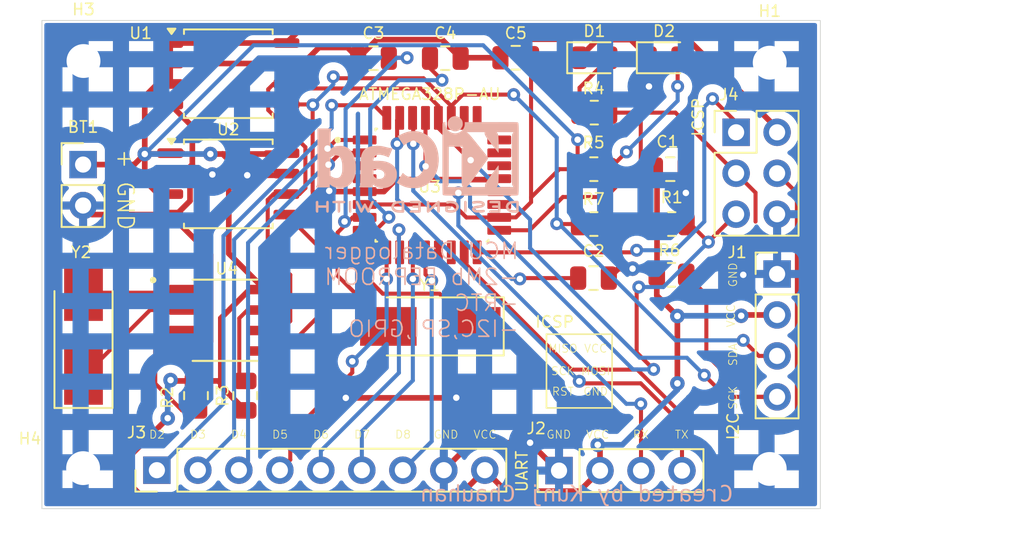
<source format=kicad_pcb>
(kicad_pcb (version 20221018) (generator pcbnew)
  (title_block (title "MCU Datalogger with EEPROM and RTC") (date "2024-06-17") (rev "1") (comment 1 "2 layer PCB"))
  (layers (0 "F.Cu" mixed) (31 "B.Cu" mixed) (34 "B.Paste" user) (35 "F.Paste" user) (36 "B.SilkS" user "B.Silkscreen") (37 "F.SilkS" user "F.Silkscreen") (38 "B.Mask" user) (39 "F.Mask" user) (44 "Edge.Cuts" user))
  (net 0 "")
  (net 1 "GND")
  (net 2 "/VCC")
  (net 3 "Net-(U3-AREF)")
  (net 4 "Net-(U3-PB6)")
  (net 5 "Net-(U3-PB7)")
  (net 6 "Net-(D1-A)")
  (net 7 "Net-(D2-A)")
  (net 8 "/SDA")
  (net 9 "/SCK")
  (net 10 "/RX")
  (net 11 "/TX")
  (net 12 "/D2")
  (net 13 "/D3")
  (net 14 "/D4")
  (net 15 "/D5")
  (net 16 "/D6")
  (net 17 "/D7")
  (net 18 "/D8")
  (net 19 "/MISO")
  (net 20 "/MOSI")
  (net 21 "/RESET")
  (net 22 "Net-(U4-~{INTA})")
  (net 23 "Net-(U4-SQW{slash}~INT)")
  (net 33 "Net-(U4-X1)")
  (net 34 "Net-(U4-X2)")
  (net 35 "/SCL")
  (footprint "Capacitor_SMD:C_0805_2012Metric" (layer "F.Cu") (at 158.2776 88.0364)
    (fp_text reference "C1")
    (fp_text value "0.1uF")
  )
  (footprint "Connector_PinHeader_2.54mm:PinHeader_1x04_P2.54mm_Vertical" (layer "F.Cu") (at 164.8968 94.5388)
    (fp_text reference "J1")
    (fp_text value "Conn_01x04_Pin")
  )
  (footprint "Resistor_SMD:R_0805_2012Metric" (layer "F.Cu") (at 153.5407 91.44 180)
    (fp_text reference "R7")
    (fp_text value "4.7K")
  )
  (footprint "Resistor_SMD:R_0805_2012Metric" (layer "F.Cu") (at 131.9378 102.0826 90)
    (fp_text reference "R3")
    (fp_text value "10K")
  )
  (footprint "Connector_PinHeader_2.54mm:PinHeader_1x02_P2.54mm_Vertical" (layer "F.Cu") (at 121.8946 87.752)
    (fp_text reference "BT1")
    (fp_text value "Battery")
  )
  (footprint "Resistor_SMD:R_0805_2012Metric" (layer "F.Cu") (at 128.8898 102.0826 -90)
    (fp_text reference "R2")
    (fp_text value "10K" hide)
  )
  (footprint "Crystal:Crystal_SMD_5032-2Pin_5.0x3.2mm_HandSoldering" (layer "F.Cu") (at 121.92 98.298 90)
    (fp_text reference "Y2")
    (fp_text value "32.768 KHz")
  )
  (footprint "Connector_PinHeader_2.54mm:PinHeader_2x03_P2.54mm_Vertical" (layer "F.Cu") (at 162.3568 85.7504)
    (fp_text reference "J4")
    (fp_text value "Conn_02x03_Odd_Even")
  )
  (footprint "Capacitor_SMD:C_0805_2012Metric" (layer "F.Cu") (at 144.338 81.153)
    (fp_text reference "C4")
    (fp_text value "22pF")
  )
  (footprint "MountingHole:MountingHole_2.1mm" (layer "F.Cu") (at 164.4396 106.6292)
    (fp_text reference "H2")
    (fp_text value "MountingHole")
  )
  (footprint "Connector_PinHeader_2.54mm:PinHeader_1x04_P2.54mm_Vertical" (layer "F.Cu") (at 151.384 106.7308 90)
    (fp_text reference "J2")
    (fp_text value "Conn_01x04_Pin")
  )
  (footprint "LED_SMD:LED_0805_2012Metric" (layer "F.Cu") (at 153.5763 81.1276)
    (fp_text reference "D1")
    (fp_text value "LED")
  )
  (footprint "Capacitor_SMD:C_0805_2012Metric" (layer "F.Cu") (at 153.5207 94.7928)
    (fp_text reference "C2")
    (fp_text value "0.1uF")
  )
  (footprint "Capacitor_SMD:C_0805_2012Metric" (layer "F.Cu") (at 148.7018 81.1276 180)
    (fp_text reference "C5")
    (fp_text value "100nF")
  )
  (footprint "Package_SO:SOIC-8_5.275x5.275mm_P1.27mm" (layer "F.Cu") (at 130.893 82.1182)
    (fp_text reference "U1")
    (fp_text value "24LC1025")
  )
  (footprint "MountingHole:MountingHole_2.1mm" (layer "F.Cu") (at 121.8946 106.5784)
    (fp_text reference "H4")
    (fp_text value "MountingHole")
  )
  (footprint "DS1337S_:SOIC127P600X175-8N" (layer "F.Cu") (at 130.683 97.409)
    (fp_text reference "U4")
    (fp_text value "DS1337S_")
  )
  (footprint "Resistor_SMD:R_0805_2012Metric" (layer "F.Cu") (at 158.3538 94.5896)
    (fp_text reference "R6")
    (fp_text value "4.7K")
  )
  (footprint "Capacitor_SMD:C_0805_2012Metric" (layer "F.Cu") (at 139.888 81.153)
    (fp_text reference "C3")
    (fp_text value "22pF")
  )
  (footprint "Crystal:Crystal_SMD_5032-2Pin_5.0x3.2mm_HandSoldering" (layer "F.Cu") (at 143.4084 97.79 180)
    (fp_text reference "Y1")
    (fp_text value "16MHz")
  )
  (footprint "MountingHole:MountingHole_2.1mm" (layer "F.Cu") (at 121.92 81.3308)
    (fp_text reference "H3")
    (fp_text value "MountingHole")
  )
  (footprint "Connector_PinHeader_2.54mm:PinHeader_1x09_P2.54mm_Vertical" (layer "F.Cu") (at 126.4666 106.7054 90)
    (fp_text reference "J3")
    (fp_text value "Conn_01x09_Pin")
  )
  (footprint "Package_SO:SOIC-8_5.275x5.275mm_P1.27mm" (layer "F.Cu") (at 130.893 88.9482)
    (fp_text reference "U2")
    (fp_text value "24LC1025")
  )
  (footprint "Resistor_SMD:R_0805_2012Metric" (layer "F.Cu") (at 158.369 91.44)
    (fp_text reference "R1")
    (fp_text value "10K")
  )
  (footprint "Resistor_SMD:R_0805_2012Metric" (layer "F.Cu") (at 153.5684 84.5312)
    (fp_text reference "R4")
    (fp_text value "330")
  )
  (footprint "MountingHole:MountingHole_2.1mm" (layer "F.Cu") (at 164.4396 81.4324)
    (fp_text reference "H1")
    (fp_text value "MountingHole")
  )
  (footprint "LED_SMD:LED_0805_2012Metric" (layer "F.Cu") (at 157.892 81.1276)
    (fp_text reference "D2")
    (fp_text value "LED")
  )
  (footprint "Resistor_SMD:R_0805_2012Metric" (layer "F.Cu") (at 153.5407 88.0364)
    (fp_text reference "R5")
    (fp_text value "330")
  )
  (footprint "ATMEGA328P-AU:QFP80P900X900X120-32N" (layer "F.Cu") (at 143.51 89.027)
    (fp_text reference "U3")
    (fp_text value "ATMEGA328P-AU")
  )
  (footprint "Symbol:KiCad-Logo2_5mm_SilkScreen" (layer "B.Cu") (at 142.6058 87.7316 180)
    (fp_text reference "REF**" hide)
    (fp_text value "KiCad-Logo2_5mm_SilkScreen" hide)
  )
  (gr_line (start 154.6708 102.8446) (end 154.6708 98.2726) (stroke (width 0.1)) (layer "F.SilkS"))
  (gr_line (start 150.6068 102.8446) (end 154.6708 102.8446) (stroke (width 0.1)) (layer "F.SilkS"))
  (gr_line (start 150.6068 98.2726) (end 150.6068 102.8446) (stroke (width 0.1)) (layer "F.SilkS"))
  (gr_line (start 154.6708 98.2726) (end 150.6068 98.2726) (stroke (width 0.1)) (layer "F.SilkS"))
  (gr_rect (start 119.3419 78.8162) (end 167.5765 109.093) (stroke (width 0.05)) (fill none) (layer "Edge.Cuts"))
  (gr_text "Created by Kunj Chauhan" (at 162.1638 108.8136) (layer "B.SilkS") (effects (font (size 1 1) (thickness 0.125)) (justify left bottom mirror)))
  (gr_text "MCU Datalogger \n-2Mb EEPROOM\n-RTC\n-I2C,SPI,GPIO" (at 148.9558 98.5266) (layer "B.SilkS") (effects (font (size 1 1) (thickness 0.1)) (justify left bottom mirror)))
  (gr_text "VCC" (at 153.6548 99.1616) (layer "F.SilkS") (effects (font (size 0.5 0.5) (thickness 0.05))))
  (gr_text "+ GND\n" (at 123.9368 86.7156 -90) (layer "F.SilkS") (effects (font (size 1 1) (thickness 0.1)) (justify left bottom)))
  (gr_text "ICSP\n" (at 151.1148 97.5106) (layer "F.SilkS") (effects (font (size 0.7 0.7) (thickness 0.1))))
  (gr_text "GND" (at 151.3688 104.4956) (layer "F.SilkS") (effects (font (size 0.5 0.5) (thickness 0.05))))
  (gr_text "D5\n" (at 134.0968 104.4956) (layer "F.SilkS") (effects (font (size 0.5 0.5) (thickness 0.05))))
  (gr_text "SDA\n" (at 162.1638 99.5426 90) (layer "F.SilkS") (effects (font (size 0.5 0.5) (thickness 0.05))))
  (gr_text "I2C\n" (at 162.1638 103.9876 90) (layer "F.SilkS") (effects (font (size 0.7 0.7) (thickness 0.1))))
  (gr_text "D6\n" (at 136.6368 104.4956) (layer "F.SilkS") (effects (font (size 0.5 0.5) (thickness 0.05))))
  (gr_text "RX" (at 156.4488 104.4956) (layer "F.SilkS") (effects (font (size 0.5 0.5) (thickness 0.05))))
  (gr_text "D7" (at 139.1768 104.4956) (layer "F.SilkS") (effects (font (size 0.5 0.5) (thickness 0.05))))
  (gr_text "TX" (at 158.9888 104.4956) (layer "F.SilkS") (effects (font (size 0.5 0.5) (thickness 0.05))))
  (gr_text "D4\n" (at 131.5568 104.4956) (layer "F.SilkS") (effects (font (size 0.5 0.5) (thickness 0.05))))
  (gr_text "UART\n" (at 149.0828 106.7816 90) (layer "F.SilkS") (effects (font (size 0.7 0.7) (thickness 0.1))))
  (gr_text "MISO\n" (at 151.6228 99.1616) (layer "F.SilkS") (effects (font (size 0.5 0.5) (thickness 0.05))))
  (gr_text "MOSI\n" (at 153.6548 100.5586) (layer "F.SilkS") (effects (font (size 0.5 0.5) (thickness 0.05))))
  (gr_text "SCK" (at 162.1638 102.2096 90) (layer "F.SilkS") (effects (font (size 0.5 0.5) (thickness 0.05))))
  (gr_text "ATMEGA328P-AU" (at 138.9228 83.7946) (layer "F.SilkS") (effects (font (size 0.7 0.7) (thickness 0.1)) (justify left bottom)))
  (gr_text "GND" (at 144.3838 104.4956) (layer "F.SilkS") (effects (font (size 0.5 0.5) (thickness 0.05))))
  (gr_text "VCC" (at 153.7818 104.4956) (layer "F.SilkS") (effects (font (size 0.5 0.5) (thickness 0.05))))
  (gr_text "ICSP\n" (at 160.0048 84.8106 90) (layer "F.SilkS") (effects (font (size 0.7 0.7) (thickness 0.1))))
  (gr_text "D2" (at 126.4768 104.4956) (layer "F.SilkS") (effects (font (size 0.5 0.5) (thickness 0.05))))
  (gr_text "GND" (at 162.1638 94.5896 90) (layer "F.SilkS") (effects (font (size 0.5 0.5) (thickness 0.05))))
  (gr_text "RST\n" (at 151.6228 101.8286) (layer "F.SilkS") (effects (font (size 0.5 0.5) (thickness 0.05))))
  (gr_text "SCK\n" (at 151.6228 100.5586) (layer "F.SilkS") (effects (font (size 0.5 0.5) (thickness 0.05))))
  (gr_text "D8\n" (at 141.7168 104.4956) (layer "F.SilkS") (effects (font (size 0.5 0.5) (thickness 0.05))))
  (gr_text "VCC" (at 146.7968 104.4956) (layer "F.SilkS") (effects (font (size 0.5 0.5) (thickness 0.05))))
  (gr_text "D3\n" (at 129.0168 104.4956) (layer "F.SilkS") (effects (font (size 0.5 0.5) (thickness 0.05))))
  (gr_text "VCC" (at 162.0368 97.1296 90) (layer "F.SilkS") (effects (font (size 0.5 0.5) (thickness 0.05))))
  (gr_text "GND" (at 153.6548 101.8286) (layer "F.SilkS") (effects (font (size 0.5 0.5) (thickness 0.05))))
  (segment (start 144.2466 106.7054) (end 145.9484 105.0036) (width 0.35) (layer "F.Cu") (net 1))
  (segment (start 140.5294 89.427) (end 139.34 89.427) (width 0.35) (layer "F.Cu") (net 1))
  (segment (start 147.7518 81.1276) (end 145.3134 81.1276) (width 0.35) (layer "F.Cu") (net 1))
  (segment (start 127.640328 84.0232) (end 127.293 84.0232) (width 0.35) (layer "F.Cu") (net 1))
  (segment (start 121.8946 90.292) (end 122.4558 90.8532) (width 0.35) (layer "F.Cu") (net 1))
  (segment (start 151.384 106.7308) (end 151.318 106.7308) (width 0.35) (layer "F.Cu") (net 1))
  (segment (start 132.0648 88.413819) (end 134.392381 88.413819) (width 0.35) (layer "F.Cu") (net 1))
  (segment (start 128.208 99.314) (end 129.193 99.314) (width 0.35) (layer "F.Cu") (net 1))
  (segment (start 135.5192 81.4832) (end 136.5098 80.4926) (width 0.35) (layer "F.Cu") (net 1))
  (segment (start 138.172664 102.221464) (end 145.006936 102.221464) (width 0.35) (layer "F.Cu") (net 1))
  (segment (start 156.9545 82.9033) (end 156.9568 82.9056) (width 0.35) (layer "F.Cu") (net 1))
  (segment (start 128.092999 88.3132) (end 128.6642 87.741999) (width 0.35) (layer "F.Cu") (net 1))
  (segment (start 151.4888 79.9776) (end 152.6388 81.1276) (width 0.35) (layer "F.Cu") (net 1))
  (segment (start 141.2088 88.7476) (end 141.2718 88.6846) (width 0.35) (layer "F.Cu") (net 1))
  (segment (start 138.2776 80.4926) (end 138.938 81.153) (width 0.35) (layer "F.Cu") (net 1))
  (segment (start 128.6642 87.741999) (end 128.6642 85.3944) (width 0.35) (layer "F.Cu") (net 1))
  (segment (start 155.9408 94.2086) (end 155.0549 94.2086) (width 0.35) (layer "F.Cu") (net 1))
  (segment (start 155.0549 94.2086) (end 154.4707 94.7928) (width 0.35) (layer "F.Cu") (net 1))
  (segment (start 145.3134 81.1276) (end 145.288 81.153) (width 0.35) (layer "F.Cu") (net 1))
  (segment (start 144.138 80.003) (end 140.088 80.003) (width 0.35) (layer "F.Cu") (net 1))
  (segment (start 156.9545 81.1276) (end 156.9545 82.9033) (width 0.35) (layer "F.Cu") (net 1))
  (segment (start 129.193 99.314) (end 129.794 98.713) (width 0.35) (layer "F.Cu") (net 1))
  (segment (start 159.2428 89.5096) (end 159.2428 88.0516) (width 0.35) (layer "F.Cu") (net 1))
  (segment (start 151.318 106.7308) (end 149.5908 105.0036) (width 0.35) (layer "F.Cu") (net 1))
  (segment (start 155.8295 80.0026) (end 156.9545 81.1276) (width 0.35) (layer "F.Cu") (net 1))
  (segment (start 152.6388 81.1276) (end 153.7638 80.0026) (width 0.35) (layer "F.Cu") (net 1))
  (segment (start 128.518 90.0084) (end 127.6732 90.8532) (width 0.35) (layer "F.Cu") (net 1))
  (segment (start 153.7638 80.0026) (end 155.8295 80.0026) (width 0.35) (layer "F.Cu") (net 1))
  (segment (start 164.8968 94.5388) (end 162.8496 94.5388) (width 0.35) (layer "F.Cu") (net 1))
  (segment (start 147.7518 81.1276) (end 148.9018 79.9776) (width 0.35) (layer "F.Cu") (net 1))
  (segment (start 129.794 93.3542) (end 127.293 90.8532) (width 0.35) (layer "F.Cu") (net 1))
  (segment (start 139.34 89.427) (end 137.1892 89.427) (width 0.35) (layer "F.Cu") (net 1))
  (segment (start 141.2088 88.3666) (end 141.2088 88.7476) (width 0.35) (layer "F.Cu") (net 1))
  (segment (start 127.6732 90.8532) (end 127.293 90.8532) (width 0.35) (layer "F.Cu") (net 1))
  (segment (start 130.180328 81.4832) (end 127.640328 84.0232) (width 0.35) (layer "F.Cu") (net 1))
  (segment (start 138.6078 81.4832) (end 138.938 81.153) (width 0.35) (layer "F.Cu") (net 1))
  (segment (start 129.9058 88.3666) (end 127.3464 88.3666) (width 0.35) (layer "F.Cu") (net 1))
  (segment (start 128.092999 88.3132) (end 128.518 88.738201) (width 0.35) (layer "F.Cu") (net 1))
  (segment (start 159.2428 88.0516) (end 159.2276 88.0364) (width 0.35) (layer "F.Cu") (net 1))
  (segment (start 141.2088 88.7476) (end 140.5294 89.427) (width 0.35) (layer "F.Cu") (net 1))
  (segment (start 128.518 88.738201) (end 128.518 90.0084) (width 0.35) (layer "F.Cu") (net 1))
  (segment (start 145.9484 105.0036) (end 149.5908 105.0036) (width 0.35) (layer "F.Cu") (net 1))
  (segment (start 148.9018 79.9776) (end 151.4888 79.9776) (width 0.35) (layer "F.Cu") (net 1))
  (segment (start 156.9545 81.1276) (end 156.9545 81.1888) (width 0.35) (layer "F.Cu") (net 1))
  (segment (start 122.4558 90.8532) (end 127.293 90.8532) (width 0.35) (layer "F.Cu") (net 1))
  (segment (start 140.088 80.003) (end 138.938 81.153) (width 0.35) (layer "F.Cu") (net 1))
  (segment (start 127.293 88.3132) (end 128.092999 88.3132) (width 0.35) (layer "F.Cu") (net 1))
  (segment (start 140.6692 87.827) (end 141.2088 88.3666) (width 0.35) (layer "F.Cu") (net 1))
  (segment (start 147.6224 88.6846) (end 147.68 88.627) (width 0.35) (layer "F.Cu") (net 1))
  (segment (start 134.392381 88.413819) (end 134.493 88.3132) (width 0.35) (layer "F.Cu") (net 1))
  (segment (start 159.1768 87.9856) (end 159.2276 88.0364) (width 0.35) (layer "F.Cu") (net 1))
  (segment (start 164.8968 90.8304) (end 164.8968 94.5388) (width 0.35) (layer "F.Cu") (net 1))
  (segment (start 127.3464 88.3666) (end 127.293 88.3132) (width 0.35) (layer "F.Cu") (net 1))
  (segment (start 139.34 87.827) (end 140.6692 87.827) (width 0.35) (layer "F.Cu") (net 1))
  (segment (start 128.6642 85.3944) (end 127.293 84.0232) (width 0.35) (layer "F.Cu") (net 1))
  (segment (start 141.2718 88.6846) (end 147.6224 88.6846) (width 0.35) (layer "F.Cu") (net 1))
  (segment (start 134.493 81.4832) (end 135.5192 81.4832) (width 0.35) (layer "F.Cu") (net 1))
  (segment (start 162.8496 94.5388) (end 162.7988 94.5896) (width 0.35) (layer "F.Cu") (net 1))
  (segment (start 136.5098 80.4926) (end 138.2776 80.4926) (width 0.35) (layer "F.Cu") (net 1))
  (segment (start 145.006936 102.221464) (end 145.0188 102.2096) (width 0.35) (layer "F.Cu") (net 1))
  (segment (start 134.493 81.4832) (end 130.180328 81.4832) (width 0.35) (layer "F.Cu") (net 1))
  (segment (start 137.1892 89.427) (end 137.1448 89.3826) (width 0.35) (layer "F.Cu") (net 1))
  (segment (start 145.288 81.153) (end 144.138 80.003) (width 0.35) (layer "F.Cu") (net 1))
  (segment (start 129.794 98.713) (end 129.794 93.3542) (width 0.35) (layer "F.Cu") (net 1))
  (via (at 137.1448 89.3826) (size 0.9) (drill 0.4) (layers "F.Cu" "B.Cu") (net 1))
  (via (at 149.5908 105.0036) (size 0.9) (drill 0.4) (layers "F.Cu" "B.Cu") (net 1))
  (via (at 156.9568 82.9056) (size 0.9) (drill 0.4) (layers "F.Cu" "B.Cu") (net 1))
  (via (at 155.9408 94.2086) (size 0.9) (drill 0.4) (layers "F.Cu" "B.Cu") (net 1))
  (via (at 129.9058 88.3666) (size 0.9) (drill 0.4) (layers "F.Cu" "B.Cu") (net 1))
  (via (at 138.172664 102.221464) (size 0.9) (drill 0.4) (layers "F.Cu" "B.Cu") (net 1))
  (via (at 162.7988 94.5896) (size 0.9) (drill 0.4) (layers "F.Cu" "B.Cu") (net 1))
  (via (at 145.0188 102.2096) (size 0.9) (drill 0.4) (layers "F.Cu" "B.Cu") (net 1))
  (via (at 132.0648 88.413819) (size 0.9) (drill 0.4) (layers "F.Cu" "B.Cu") (net 1))
  (via (at 159.2428 89.5096) (size 0.9) (drill 0.4) (layers "F.Cu" "B.Cu") (net 1))
  (segment (start 132.0648 88.413819) (end 129.953019 88.413819) (width 0.35) (layer "B.Cu") (net 1))
  (segment (start 137.1448 89.3826) (end 137.1448 101.1936) (width 0.35) (layer "B.Cu") (net 1))
  (segment (start 137.2718 101.3206) (end 138.172664 102.221464) (width 0.35) (layer "B.Cu") (net 1))
  (segment (start 137.1448 101.1936) (end 137.2718 101.3206) (width 0.35) (layer "B.Cu") (net 1))
  (segment (start 129.953019 88.413819) (end 129.9058 88.3666) (width 0.35) (layer "B.Cu") (net 1))
  (segment (start 146.7866 106.7054) (end 145.0848 108.4072) (width 0.35) (layer "F.Cu") (net 2))
  (segment (start 125.7148 87.0966) (end 127.2396 87.0966) (width 0.35) (layer "F.Cu") (net 2))
  (segment (start 127.293 80.2132) (end 127.293 81.4832) (width 0.35) (layer "F.Cu") (net 2))
  (segment (start 152.5372 87.9454) (end 152.6282 88.0364) (width 0.25) (layer "F.Cu") (net 2))
  (segment (start 124.8004 105.8216) (end 127.1372 103.4848) (width 0.35) (layer "F.Cu") (net 2))
  (segment (start 128.0642 87.0432) (end 127.293 87.0432) (width 0.35) (layer "F.Cu") (net 2))
  (segment (start 128.8898 101.1701) (end 127.366028 101.1701) (width 0.35) (layer "F.Cu") (net 2))
  (segment (start 157.4565 91.44) (end 157.4565 94.5744) (width 0.35) (layer "F.Cu") (net 2))
  (segment (start 126.5504 89.5832) (end 127.293 89.5832) (width 0.35) (layer "F.Cu") (net 2))
  (segment (start 149.6518 81.1276) (end 149.6518 89.7902) (width 0.25) (layer "F.Cu") (net 2))
  (segment (start 125.7148 88.7476) (end 126.5504 89.5832) (width 0.35) (layer "F.Cu") (net 2))
  (segment (start 152.6282 88.0364) (end 151.4056 88.0364) (width 0.25) (layer "F.Cu") (net 2))
  (segment (start 135.3566 79.3496) (end 134.493 80.2132) (width 0.35) (layer "F.Cu") (net 2))
  (segment (start 133.2078 87.0966) (end 131.3028 87.0966) (width 0.35) (layer "F.Cu") (net 2))
  (segment (start 127.293 80.2132) (end 134.493 80.2132) (width 0.35) (layer "F.Cu") (net 2))
  (segment (start 157.4565 91.44) (end 157.4565 88.1653) (width 0.35) (layer "F.Cu") (net 2))
  (segment (start 148.7084 91.027) (end 147.68 91.027) (width 0.25) (layer "F.Cu") (net 2))
  (segment (start 153.924 105.2728) (end 153.924 106.7308) (width 0.35) (layer "F.Cu") (net 2))
  (segment (start 157.4565 88.1653) (end 157.3276 88.0364) (width 0.35) (layer "F.Cu") (net 2))
  (segment (start 153.7818 105.1306) (end 153.924 105.2728) (width 0.35) (layer "F.Cu") (net 2))
  (segment (start 126.1212 108.3564) (end 125.5676 108.3564) (width 0.35) (layer "F.Cu") (net 2))
  (segment (start 124.8004 107.5892) (end 124.8004 105.8216) (width 0.35) (layer "F.Cu") (net 2))
  (segment (start 130.9218 87.4776) (end 130.9218 87.0966) (width 0.35) (layer "F.Cu") (net 2))
  (segment (start 130.429 101.3206) (end 130.2785 101.1701) (width 0.35) (layer "F.Cu") (net 2))
  (segment (start 130.429 101.3206) (end 130.429 101.4863) (width 0.35) (layer "F.Cu") (net 2))
  (segment (start 127.1372 103.4848) (end 127.1372 103.4796) (width 0.35) (layer "F.Cu") (net 2))
  (segment (start 157.4413 95.870028) (end 157.4413 94.5896) (width 0.35) (layer "F.Cu") (net 2))
  (segment (start 125.7148 83.531401) (end 125.7148 87.0966) (width 0.35) (layer "F.Cu") (net 2))
  (segment (start 130.429 97.282) (end 130.429 101.3206) (width 0.35) (layer "F.Cu") (net 2))
  (segment (start 125.7148 87.0966) (end 125.7148 88.7476) (width 0.35) (layer "F.Cu") (net 2))
  (segment (start 149.6518 89.7902) (end 149.6518 90.0836) (width 0.25) (layer "F.Cu") (net 2))
  (segment (start 147.042148 91.0336) (end 145.644495 91.0336) (width 0.25) (layer "F.Cu") (net 2))
  (segment (start 151.4056 88.0364) (end 149.6518 89.7902) (width 0.25) (layer "F.Cu") (net 2))
  (segment (start 130.429 101.4863) (end 131.9378 102.9951) (width 0.35) (layer "F.Cu") (net 2))
  (segment (start 130.9218 93.2678) (end 130.9218 87.4776) (width 0.35) (layer "F.Cu") (net 2))
  (segment (start 133.158 95.504) (end 130.9218 93.2678) (width 0.35) (layer "F.Cu") (net 2))
  (segment (start 127.293 81.4832) (end 127.293 82.7532) (width 0.35) (layer "F.Cu") (net 2))
  (segment (start 147.68 91.027) (end 147.048748 91.027) (width 0.25) (layer "F.Cu") (net 2))
  (segment (start 130.9218 87.4776) (end 130.5408 87.0966) (width 0.35) (layer "F.Cu") (net 2))
  (segment (start 147.048748 91.027) (end 147.042148 91.0336) (width 0.25) (layer "F.Cu") (net 2))
  (segment (start 145.0848 108.4072) (end 126.172 108.4072) (width 0.35) (layer "F.Cu") (net 2))
  (segment (start 126.172 108.4072) (end 126.1212 108.3564) (width 0.35) (layer "F.Cu") (net 2))
  (segment (start 125.5676 108.3564) (end 124.8004 107.5892) (width 0.35) (layer "F.Cu") (net 2))
  (segment (start 134.493 87.0432) (end 133.2612 87.0432) (width 0.35) (layer "F.Cu") (net 2))
  (segment (start 146.7866 106.7054) (end 148.087 108.0058) (width 0.35) (layer "F.Cu") (net 2))
  (segment (start 148.087 108.0058) (end 152.649 108.0058) (width 0.35) (layer "F.Cu") (net 2))
  (segment (start 157.4565 94.5744) (end 157.4413 94.5896) (width 0.35) (layer "F.Cu") (net 2))
  (segment (start 164.8968 97.0788) (end 162.7226 97.0788) (width 0.35) (layer "F.Cu") (net 2))
  (segment (start 152.649 108.0058) (end 153.924 106.7308) (width 0.35) (layer "F.Cu") (net 2))
  (segment (start 164.8968 85.5116) (end 158.7348 79.3496) (width 0.35) (layer "F.Cu") (net 2))
  (segment (start 127.293 89.5832) (end 126.493001 89.5832) (width 0.35) (layer "F.Cu") (net 2))
  (segment (start 125.0594 87.752) (end 125.7148 87.0966) (width 0.35) (layer "F.Cu") (net 2))
  (segment (start 154.4532 91.44) (end 157.4565 91.44) (width 0.35) (layer "F.Cu") (net 2))
  (segment (start 126.493001 82.7532) (end 125.7148 83.531401) (width 0.35) (layer "F.Cu") (net 2))
  (segment (start 158.7348 79.3496) (end 135.3566 79.3496) (width 0.35) (layer "F.Cu") (net 2))
  (segment (start 158.717836 97.146564) (end 157.4413 95.870028) (width 0.35) (layer "F.Cu") (net 2))
  (segment (start 144.837895 90.227) (end 139.34 90.227) (width 0.25) (layer "F.Cu") (net 2))
  (segment (start 130.9218 87.4776) (end 131.3028 87.0966) (width 0.35) (layer "F.Cu") (net 2))
  (segment (start 127.366028 101.1701) (end 127.314164 101.118236) (width 0.35) (layer "F.Cu") (net 2))
  (segment (start 152.5372 86.2076) (end 152.5372 87.9454) (width 0.25) (layer "F.Cu") (net 2))
  (segment (start 130.2785 101.1701) (end 128.8898 101.1701) (width 0.35) (layer "F.Cu") (net 2))
  (segment (start 145.644495 91.0336) (end 144.837895 90.227) (width 0.25) (layer "F.Cu") (net 2))
  (segment (start 121.8946 87.752) (end 125.0594 87.752) (width 0.35) (layer "F.Cu") (net 2))
  (segment (start 127.293 82.7532) (end 126.493001 82.7532) (width 0.35) (layer "F.Cu") (net 2))
  (segment (start 131.3028 87.0966) (end 130.9218 87.0966) (width 0.35) (layer "F.Cu") (net 2))
  (segment (start 162.7226 97.0788) (end 162.6718 97.1296) (width 0.35) (layer "F.Cu") (net 2))
  (segment (start 130.5408 87.0966) (end 129.7788 87.0966) (width 0.35) (layer "F.Cu") (net 2))
  (segment (start 164.8968 85.7504) (end 164.8968 85.5116) (width 0.35) (layer "F.Cu") (net 2))
  (segment (start 130.9218 87.0966) (end 130.5408 87.0966) (width 0.35) (layer "F.Cu") (net 2))
  (segment (start 130.429 97.282) (end 132.207 95.504) (width 0.35) (layer "F.Cu") (net 2))
  (segment (start 149.6518 90.0836) (end 148.7084 91.027) (width 0.25) (layer "F.Cu") (net 2))
  (segment (start 133.2612 87.0432) (end 133.2078 87.0966) (width 0.35) (layer "F.Cu") (net 2))
  (segment (start 127.2396 87.0966) (end 127.293 87.0432) (width 0.35) (layer "F.Cu") (net 2))
  (segment (start 158.717836 101.3206) (end 158.717836 97.146564) (width 0.35) (layer "F.Cu") (net 2))
  (via (at 153.7818 105.1306) (size 0.9) (drill 0.4) (layers "F.Cu" "B.Cu") (net 2))
  (via (at 152.5372 86.2076) (size 0.8) (drill 0.4) (layers "F.Cu" "B.Cu") (net 2))
  (via (at 129.7788 87.0966) (size 0.9) (drill 0.4) (layers "F.Cu" "B.Cu") (net 2))
  (via (at 158.717836 101.3206) (size 0.9) (drill 0.4) (layers "F.Cu" "B.Cu") (net 2))
  (via (at 158.717836 97.146564) (size 0.9) (drill 0.4) (layers "F.Cu" "B.Cu") (net 2))
  (via (at 127.314164 101.118236) (size 0.9) (drill 0.4) (layers "F.Cu" "B.Cu") (net 2))
  (via (at 125.7148 87.0966) (size 0.9) (drill 0.4) (layers "F.Cu" "B.Cu") (net 2))
  (via (at 162.6718 97.1296) (size 0.9) (drill 0.4) (layers "F.Cu" "B.Cu") (net 2))
  (via (at 127.1372 103.4796) (size 0.9) (drill 0.4) (layers "F.Cu" "B.Cu") (net 2))
  (segment (start 158.7348 97.1296) (end 158.717836 97.146564) (width 0.35) (layer "B.Cu") (net 2))
  (segment (start 155.3058 105.1306) (end 153.7818 105.1306) (width 0.35) (layer "B.Cu") (net 2))
  (segment (start 146.6822 80.3526) (end 132.4588 80.3526) (width 0.25) (layer "B.Cu") (net 2))
  (segment (start 127.1372 103.4796) (end 127.1372 101.2952) (width 0.35) (layer "B.Cu") (net 2))
  (segment (start 132.4588 80.3526) (end 125.7148 87.0966) (width 0.25) (layer "B.Cu") (net 2))
  (segment (start 127.1372 101.2952) (end 127.314164 101.118236) (width 0.35) (layer "B.Cu") (net 2))
  (segment (start 162.6718 97.1296) (end 158.7348 97.1296) (width 0.35) (layer "B.Cu") (net 2))
  (segment (start 158.717836 101.718564) (end 155.3058 105.1306) (width 0.35) (layer "B.Cu") (net 2))
  (segment (start 129.7788 87.0966) (end 125.7148 87.0966) (width 0.35) (layer "B.Cu") (net 2))
  (segment (start 158.717836 101.3206) (end 158.717836 101.718564) (width 0.35) (layer "B.Cu") (net 2))
  (segment (start 152.5372 86.2076) (end 146.6822 80.3526) (width 0.25) (layer "B.Cu") (net 2))
  (segment (start 145.2284 89.427) (end 147.68 89.427) (width 0.25) (layer "F.Cu") (net 3))
  (segment (start 149.0066 94.7928) (end 152.5707 94.7928) (width 0.25) (layer "F.Cu") (net 3))
  (segment (start 145.1458 89.5096) (end 145.2284 89.427) (width 0.25) (layer "F.Cu") (net 3))
  (segment (start 148.9558 94.8436) (end 149.0066 94.7928) (width 0.25) (layer "F.Cu") (net 3))
  (via (at 148.9558 94.8436) (size 0.8) (drill 0.4) (layers "F.Cu" "B.Cu") (net 3))
  (via (at 145.1458 89.5096) (size 0.8) (drill 0.4) (layers "F.Cu" "B.Cu") (net 3))
  (segment (start 148.9558 94.8436) (end 148.4478 94.8436) (width 0.25) (layer "B.Cu") (net 3))
  (segment (start 145.1458 91.5416) (end 145.1458 89.5096) (width 0.25) (layer "B.Cu") (net 3))
  (segment (start 148.4478 94.8436) (end 145.1458 91.5416) (width 0.25) (layer "B.Cu") (net 3))
  (segment (start 141.9708 81.1276) (end 140.8634 81.1276) (width 0.25) (layer "F.Cu") (net 4))
  (segment (start 140.8084 97.79) (end 137.668 94.6496) (width 0.25) (layer "F.Cu") (net 4))
  (segment (start 138.605 91.027) (end 139.34 91.027) (width 0.25) (layer "F.Cu") (net 4))
  (segment (start 137.668 94.6496) (end 137.668 91.964) (width 0.25) (layer "F.Cu") (net 4))
  (segment (start 137.668 91.964) (end 138.605 91.027) (width 0.25) (layer "F.Cu") (net 4))
  (segment (start 140.8634 81.1276) (end 140.838 81.153) (width 0.25) (layer "F.Cu") (net 4))
  (via (at 138.094933 91.284494) (size 0.8) (drill 0.4) (layers "F.Cu" "B.Cu") (net 4))
  (via (at 141.9708 81.1276) (size 0.8) (drill 0.4) (layers "F.Cu" "B.Cu") (net 4))
  (segment (start 141.9708 81.1276) (end 141.3358 81.1276) (width 0.25) (layer "B.Cu") (net 4))
  (segment (start 138.1608 91.218627) (end 138.094933 91.284494) (width 0.25) (layer "B.Cu") (net 4))
  (segment (start 141.3358 81.1276) (end 138.1608 84.3026) (width 0.25) (layer "B.Cu") (net 4))
  (segment (start 138.1608 84.3026) (end 138.1608 91.218627) (width 0.25) (layer "B.Cu") (net 4))
  (segment (start 139.34 91.827) (end 139.34 94.636) (width 0.25) (layer "F.Cu") (net 5))
  (segment (start 140.462 95.758) (end 143.9764 95.758) (width 0.25) (layer "F.Cu") (net 5))
  (segment (start 143.9764 95.758) (end 146.0084 97.79) (width 0.25) (layer "F.Cu") (net 5))
  (segment (start 139.34 94.636) (end 140.462 95.758) (width 0.25) (layer "F.Cu") (net 5))
  (segment (start 140.025832 91.827) (end 140.838103 91.014729) (width 0.25) (layer "F.Cu") (net 5))
  (segment (start 143.388 81.774694) (end 144.133853 82.520547) (width 0.25) (layer "F.Cu") (net 5))
  (segment (start 139.34 91.827) (end 140.025832 91.827) (width 0.25) (layer "F.Cu") (net 5))
  (segment (start 143.388 81.153) (end 143.388 81.774694) (width 0.25) (layer "F.Cu") (net 5))
  (via (at 140.838103 91.014729) (size 0.8) (drill 0.4) (layers "F.Cu" "B.Cu") (net 5))
  (via (at 144.133853 82.520547) (size 0.8) (drill 0.4) (layers "F.Cu" "B.Cu") (net 5))
  (segment (start 139.6848 89.861426) (end 139.6848 84.3026) (width 0.25) (layer "B.Cu") (net 5))
  (segment (start 141.466853 82.520547) (end 144.133853 82.520547) (width 0.25) (layer "B.Cu") (net 5))
  (segment (start 140.838103 91.014729) (end 139.6848 89.861426) (width 0.25) (layer "B.Cu") (net 5))
  (segment (start 139.6848 84.3026) (end 141.466853 82.520547) (width 0.25) (layer "B.Cu") (net 5))
  (segment (start 152.6559 84.5312) (end 152.6559 82.9855) (width 0.25) (layer "F.Cu") (net 6))
  (segment (start 152.6559 82.9855) (end 154.5138 81.1276) (width 0.25) (layer "F.Cu") (net 6))
  (segment (start 158.7348 82.9056) (end 158.7348 81.2223) (width 0.25) (layer "F.Cu") (net 7))
  (segment (start 154.493 88.0364) (end 155.5598 86.9696) (width 0.25) (layer "F.Cu") (net 7))
  (segment (start 158.7348 81.2223) (end 158.8295 81.1276) (width 0.25) (layer "F.Cu") (net 7))
  (segment (start 154.4532 88.0364) (end 154.493 88.0364) (width 0.25) (layer "F.Cu") (net 7))
  (via (at 155.5598 86.9696) (size 0.8) (drill 0.4) (layers "F.Cu" "B.Cu") (net 7))
  (via (at 158.7348 82.9056) (size 0.8) (drill 0.4) (layers "F.Cu" "B.Cu") (net 7))
  (segment (start 158.7348 83.7946) (end 158.7348 82.9056) (width 0.25) (layer "B.Cu") (net 7))
  (segment (start 155.5598 86.9696) (end 158.7348 83.7946) (width 0.25) (layer "B.Cu") (net 7))
  (segment (start 164.8968 99.6188) (end 163.764 99.6188) (width 0.25) (layer "F.Cu") (net 8))
  (segment (start 137.3988 82.3976) (end 137.3988 82.3076) (width 0.25) (layer "F.Cu") (net 8))
  (segment (start 151.2672 91.44) (end 151.2418 91.4146) (width 0.25) (layer "F.Cu") (net 8))
  (segment (start 134.3254 99.314) (end 133.158 99.314) (width 0.25) (layer "F.Cu") (net 8))
  (segment (start 142.9856 82.3976) (end 137.3988 82.3976) (width 0.25) (layer "F.Cu") (net 8))
  (segment (start 134.493 84.0232) (end 136.1034 84.0232) (width 0.25) (layer "F.Cu") (net 8))
  (segment (start 136.1242 90.6572) (end 135.9282 90.8532) (width 0.25) (layer "F.Cu") (net 8))
  (segment (start 136.1288 84.0486) (end 136.118 84.0594) (width 0.25) (layer "F.Cu") (net 8))
  (segment (start 152.6282 91.44) (end 151.2672 91.44) (width 0.25) (layer "F.Cu") (net 8))
  (segment (start 134.493 90.8532) (end 136.3828 92.743) (width 0.25) (layer "F.Cu") (net 8))
  (segment (start 136.118 84.0594) (end 136.118 89.390604) (width 0.25) (layer "F.Cu") (net 8))
  (segment (start 136.1288 84.0486) (end 136.2558 84.1756) (width 0.25) (layer "F.Cu") (net 8))
  (segment (start 144.71 84.122) (end 145.4184 83.4136) (width 0.25) (layer "F.Cu") (net 8))
  (segment (start 136.1242 89.396804) (end 136.1242 90.6572) (width 0.25) (layer "F.Cu") (net 8))
  (segment (start 144.71 84.857) (end 144.71 84.122) (width 0.25) (layer "F.Cu") (net 8))
  (segment (start 145.4184 83.4136) (end 148.5748 83.4136) (width 0.25) (layer "F.Cu") (net 8))
  (segment (start 136.1034 84.0232) (end 136.1288 84.0486) (width 0.25) (layer "F.Cu") (net 8))
  (segment (start 144.71 84.122) (end 142.9856 82.3976) (width 0.25) (layer "F.Cu") (net 8))
  (segment (start 136.3828 92.743) (end 136.3828 97.2566) (width 0.25) (layer "F.Cu") (net 8))
  (segment (start 148.8288 83.4136) (end 148.5748 83.4136) (width 0.25) (layer "F.Cu") (net 8))
  (segment (start 136.118 89.390604) (end 136.1242 89.396804) (width 0.25) (layer "F.Cu") (net 8))
  (segment (start 163.764 99.6188) (end 162.7988 98.6536) (width 0.25) (layer "F.Cu") (net 8))
  (segment (start 136.3828 97.2566) (end 134.3254 99.314) (width 0.25) (layer "F.Cu") (net 8))
  (segment (start 135.9282 90.8532) (end 134.493 90.8532) (width 0.25) (layer "F.Cu") (net 8))
  (via (at 151.2418 91.4146) (size 0.8) (drill 0.4) (layers "F.Cu" "B.Cu") (net 8))
  (via (at 162.7988 98.6536) (size 0.8) (drill 0.4) (layers "F.Cu" "B.Cu") (net 8))
  (via (at 148.5748 83.4136) (size 0.8) (drill 0.4) (layers "F.Cu" "B.Cu") (net 8))
  (via (at 137.3988 82.3076) (size 0.8) (drill 0.4) (layers "F.Cu" "B.Cu") (net 8))
  (via (at 136.1288 84.0486) (size 0.8) (drill 0.4) (layers "F.Cu" "B.Cu") (net 8))
  (segment (start 162.7988 98.6536) (end 158.6078 98.6536) (width 0.25) (layer "B.Cu") (net 8))
  (segment (start 151.2418 86.0806) (end 151.2418 91.4146) (width 0.25) (layer "B.Cu") (net 8))
  (segment (start 151.3688 91.4146) (end 151.2418 91.4146) (width 0.25) (layer "B.Cu") (net 8))
  (segment (start 158.6078 98.6536) (end 151.3688 91.4146) (width 0.25) (layer "B.Cu") (net 8))
  (segment (start 137.3988 82.3076) (end 137.3988 82.7786) (width 0.25) (layer "B.Cu") (net 8))
  (segment (start 148.5748 83.4136) (end 151.2418 86.0806) (width 0.25) (layer "B.Cu") (net 8))
  (segment (start 137.3988 82.7786) (end 136.1288 84.0486) (width 0.25) (layer "B.Cu") (net 8))
  (segment (start 163.5608 89.4944) (end 162.3568 88.2904) (width 0.25) (layer "F.Cu") (net 9))
  (segment (start 156.1694 84.5312) (end 156.4488 84.8106) (width 0.25) (layer "F.Cu") (net 9))
  (segment (start 155.8138 84.5312) (end 156.1694 84.5312) (width 0.25) (layer "F.Cu") (net 9))
  (segment (start 151.6228 89.7636) (end 154.2898 89.7636) (width 0.25) (layer "F.Cu") (net 9))
  (segment (start 150.0988 91.2876) (end 151.6228 89.7636) (width 0.25) (layer "F.Cu") (net 9))
  (segment (start 156.4488 87.6046) (end 156.4488 84.8106) (width 0.25) (layer "F.Cu") (net 9))
  (segment (start 156.1694 84.5312) (end 156.4488 84.5312) (width 0.25) (layer "F.Cu") (net 9))
  (segment (start 154.1885 84.5312) (end 154.4809 84.5312) (width 0.25) (layer "F.Cu") (net 9))
  (segment (start 156.4488 84.6836) (end 156.4488 84.5312) (width 0.25) (layer "F.Cu") (net 9))
  (segment (start 156.4488 84.5312) (end 156.7282 84.5312) (width 0.25) (layer "F.Cu") (net 9))
  (segment (start 147.68 91.827) (end 149.5594 91.827) (width 0.25) (layer "F.Cu") (net 9))
  (segment (start 156.4488 84.8106) (end 156.4488 84.6836) (width 0.25) (layer "F.Cu") (net 9))
  (segment (start 156.4488 84.6836) (end 156.5758 84.6836) (width 0.25) (layer "F.Cu") (net 9))
  (segment (start 154.2898 89.7636) (end 156.4488 87.6046) (width 0.25) (layer "F.Cu") (net 9))
  (segment (start 154.4809 84.5312) (end 155.8138 84.5312) (width 0.25) (layer "F.Cu") (net 9))
  (segment (start 149.5594 91.827) (end 150.0988 91.2876) (width 0.25) (layer "F.Cu") (net 9))
  (segment (start 156.7282 84.5312) (end 156.9568 84.5312) (width 0.25) (layer "F.Cu") (net 9))
  (segment (start 156.4488 84.8106) (end 156.7282 84.5312) (width 0.25) (layer "F.Cu") (net 9))
  (segment (start 158.5976 84.5312) (end 162.3568 88.2904) (width 0.25) (layer "F.Cu") (net 9))
  (segment (start 163.5608 91.288101) (end 163.5608 89.4944) (width 0.25) (layer "F.Cu") (net 9))
  (segment (start 156.9568 84.5312) (end 158.5976 84.5312) (width 0.25) (layer "F.Cu") (net 9))
  (segment (start 142.3518 84.8988) (end 142.31 84.857) (width 0.25) (layer "F.Cu") (net 10))
  (segment (start 156.464 102.6058) (end 156.4488 102.5906) (width 0.25) (layer "F.Cu") (net 10))
  (segment (start 156.464 106.7308) (end 156.464 102.6058) (width 0.25) (layer "F.Cu") (net 10))
  (segment (start 142.3518 86.4616) (end 142.3518 84.8988) (width 0.25) (layer "F.Cu") (net 10))
  (via (at 142.3518 86.4616) (size 0.8) (drill 0.4) (layers "F.Cu" "B.Cu") (net 10))
  (via (at 156.4488 102.5906) (size 0.8) (drill 0.4) (layers "F.Cu" "B.Cu") (net 10))
  (segment (start 156.4488 102.5906) (end 155.558404 102.5906) (width 0.25) (layer "B.Cu") (net 10))
  (segment (start 142.3518 89.383996) (end 142.3518 86.4616) (width 0.25) (layer "B.Cu") (net 10))
  (segment (start 155.558404 102.5906) (end 142.3518 89.383996) (width 0.25) (layer "B.Cu") (net 10))
  (segment (start 159.004 104.120495) (end 159.004 103.8758) (width 0.25) (layer "F.Cu") (net 11))
  (segment (start 159.004 103.8758) (end 156.4488 101.3206) (width 0.25) (layer "F.Cu") (net 11))
  (segment (start 156.4488 101.3206) (end 152.7658 101.3206) (width 0.25) (layer "F.Cu") (net 11))
  (segment (start 152.7658 101.3206) (end 152.6388 101.1936) (width 0.25) (layer "F.Cu") (net 11))
  (segment (start 141.351797 86.4616) (end 141.351797 85.015203) (width 0.25) (layer "F.Cu") (net 11))
  (segment (start 159.004 106.7308) (end 159.004 104.120495) (width 0.25) (layer "F.Cu") (net 11))
  (segment (start 141.351797 85.015203) (end 141.51 84.857) (width 0.25) (layer "F.Cu") (net 11))
  (via (at 141.351797 86.4616) (size 0.8) (drill 0.4) (layers "F.Cu" "B.Cu") (net 11))
  (via (at 152.6388 101.1936) (size 0.8) (drill 0.4) (layers "F.Cu" "B.Cu") (net 11))
  (segment (start 152.6388 101.1936) (end 141.351797 89.906597) (width 0.25) (layer "B.Cu") (net 11))
  (segment (start 141.351797 89.906597) (end 141.351797 86.4616) (width 0.25) (layer "B.Cu") (net 11))
  (segment (start 139.927 84.074) (end 140.71 84.857) (width 0.25) (layer "F.Cu") (net 12))
  (segment (start 137.2972 84.074) (end 139.927 84.074) (width 0.25) (layer "F.Cu") (net 12))
  (via (at 137.2972 84.074) (size 0.8) (drill 0.4) (layers "F.Cu" "B.Cu") (net 12))
  (segment (start 130.5916 102.5804) (end 130.5916 92.182746) (width 0.25) (layer "B.Cu") (net 12))
  (segment (start 130.5916 92.182746) (end 137.2972 85.477146) (width 0.25) (layer "B.Cu") (net 12))
  (segment (start 137.2972 85.477146) (end 137.2972 84.074) (width 0.25) (layer "B.Cu") (net 12))
  (segment (start 126.4666 106.7054) (end 130.5916 102.5804) (width 0.25) (layer "B.Cu") (net 12))
  (segment (start 137.572652 86.227) (end 139.34 86.227) (width 0.25) (layer "F.Cu") (net 13))
  (segment (start 137.039878 86.759774) (end 137.572652 86.227) (width 0.25) (layer "F.Cu") (net 13))
  (via (at 137.039878 86.759774) (size 0.8) (drill 0.4) (layers "F.Cu" "B.Cu") (net 13))
  (segment (start 131.252 92.4052) (end 136.897426 86.759774) (width 0.25) (layer "B.Cu") (net 13))
  (segment (start 129.0066 106.7054) (end 131.252 104.46) (width 0.25) (layer "B.Cu") (net 13))
  (segment (start 131.252 104.46) (end 131.252 92.4052) (width 0.25) (layer "B.Cu") (net 13))
  (segment (start 136.897426 86.759774) (end 137.039878 86.759774) (width 0.25) (layer "B.Cu") (net 13))
  (segment (start 137.832799 87.027) (end 139.34 87.027) (width 0.25) (layer "F.Cu") (net 14))
  (segment (start 137.101951 87.757848) (end 137.832799 87.027) (width 0.25) (layer "F.Cu") (net 14))
  (via (at 137.101951 87.757848) (size 0.8) (drill 0.4) (layers "F.Cu" "B.Cu") (net 14))
  (segment (start 131.5466 106.7054) (end 132.1156 106.1364) (width 0.25) (layer "B.Cu") (net 14))
  (segment (start 132.1156 92.6084) (end 136.966152 87.757848) (width 0.25) (layer "B.Cu") (net 14))
  (segment (start 132.1156 106.1364) (end 132.1156 92.6084) (width 0.25) (layer "B.Cu") (net 14))
  (segment (start 136.966152 87.757848) (end 137.101951 87.757848) (width 0.25) (layer "B.Cu") (net 14))
  (segment (start 138.5733 100.6541) (end 134.7318 104.4956) (width 0.25) (layer "F.Cu") (net 15))
  (segment (start 140.7008 93.2062) (end 140.71 93.197) (width 0.25) (layer "F.Cu") (net 15))
  (segment (start 134.7318 106.0602) (end 134.0866 106.7054) (width 0.25) (layer "F.Cu") (net 15))
  (segment (start 140.7008 94.8436) (end 140.7008 93.2062) (width 0.25) (layer "F.Cu") (net 15))
  (segment (start 134.7318 104.4956) (end 134.7318 106.0602) (width 0.25) (layer "F.Cu") (net 15))
  (segment (start 138.5733 99.9551) (end 138.5733 100.6541) (width 0.25) (layer "F.Cu") (net 15))
  (segment (start 140.675 93.162) (end 140.71 93.197) (width 0.25) (layer "F.Cu") (net 15))
  (via (at 140.7008 94.8436) (size 0.8) (drill 0.4) (layers "F.Cu" "B.Cu") (net 15))
  (via (at 138.5733 99.9551) (size 0.8) (drill 0.4) (layers "F.Cu" "B.Cu") (net 15))
  (segment (start 140.7008 97.8276) (end 140.7008 94.8436) (width 0.25) (layer "B.Cu") (net 15))
  (segment (start 138.5733 99.9551) (end 140.7008 97.8276) (width 0.25) (layer "B.Cu") (net 15))
  (segment (start 141.4628 93.1498) (end 141.51 93.197) (width 0.25) (layer "F.Cu") (net 16))
  (segment (start 141.4628 91.7956) (end 141.4628 93.1498) (width 0.25) (layer "F.Cu") (net 16))
  (segment (start 141.674764 93.032236) (end 141.51 93.197) (width 0.25) (layer "F.Cu") (net 16))
  (via (at 141.4628 91.7956) (size 0.8) (drill 0.4) (layers "F.Cu" "B.Cu") (net 16))
  (segment (start 141.4628 100.667119) (end 141.4628 91.7956) (width 0.25) (layer "B.Cu") (net 16))
  (segment (start 136.6266 105.503319) (end 141.4628 100.667119) (width 0.25) (layer "B.Cu") (net 16))
  (segment (start 136.6266 106.7054) (end 136.6266 105.503319) (width 0.25) (layer "B.Cu") (net 16))
  (segment (start 142.3264 94.8436) (end 142.3264 93.2134) (width 0.25) (layer "F.Cu") (net 17))
  (segment (start 142.3264 93.2134) (end 142.31 93.197) (width 0.25) (layer "F.Cu") (net 17))
  (via (at 142.3264 94.8436) (size 0.8) (drill 0.4) (layers "F.Cu" "B.Cu") (net 17))
  (segment (start 139.1666 104.3026) (end 139.2276 104.2416) (width 0.25) (layer "B.Cu") (net 17))
  (segment (start 139.1666 106.7054) (end 139.1666 104.3026) (width 0.25) (layer "B.Cu") (net 17))
  (segment (start 142.3264 101.1428) (end 142.3264 94.8436) (width 0.25) (layer "B.Cu") (net 17))
  (segment (start 139.2276 104.2416) (end 142.3264 101.1428) (width 0.25) (layer "B.Cu") (net 17))
  (segment (start 143.4948 94.9452) (end 143.11 94.5604) (width 0.25) (layer "F.Cu") (net 18))
  (segment (start 143.11 94.5604) (end 143.11 93.197) (width 0.25) (layer "F.Cu") (net 18))
  (via (at 143.4948 94.9452) (size 0.8) (drill 0.4) (layers "F.Cu" "B.Cu") (net 18))
  (segment (start 143.4948 104.9172) (end 143.4948 94.9452) (width 0.25) (layer "B.Cu") (net 18))
  (segment (start 141.7066 106.7054) (end 143.4948 104.9172) (width 0.25) (layer "B.Cu") (net 18))
  (segment (start 156.1948 93.0656) (end 156.0634 93.197) (width 0.25) (layer "F.Cu") (net 19))
  (segment (start 162.3568 85.7504) (end 162.3568 85.1306) (width 0.25) (layer "F.Cu") (net 19))
  (segment (start 156.0634 93.197) (end 146.31 93.197) (width 0.25) (layer "F.Cu") (net 19))
  (segment (start 162.3568 85.1306) (end 160.8938 83.6676) (width 0.25) (layer "F.Cu") (net 19))
  (via (at 160.8938 83.6676) (size 0.8) (drill 0.4) (layers "F.Cu" "B.Cu") (net 19))
  (via (at 156.1948 93.0656) (size 0.8) (drill 0.4) (layers "F.Cu" "B.Cu") (net 19))
  (segment (start 160.3858 84.1756) (end 160.3858 91.2876) (width 0.25) (layer "B.Cu") (net 19))
  (segment (start 160.8938 83.6676) (end 160.3858 84.1756) (width 0.25) (layer "B.Cu") (net 19))
  (segment (start 160.3858 91.2876) (end 158.6078 93.0656) (width 0.25) (layer "B.Cu") (net 19))
  (segment (start 158.6078 93.0656) (end 156.5758 93.0656) (width 0.25) (layer "B.Cu") (net 19))
  (segment (start 156.5758 93.0656) (end 156.1948 93.0656) (width 0.25) (layer "B.Cu") (net 19))
  (segment (start 156.233196 100.4686) (end 152.150348 100.4686) (width 0.25) (layer "F.Cu") (net 20))
  (segment (start 166.1218 89.5154) (end 166.1218 103.0776) (width 0.25) (layer "F.Cu") (net 20))
  (segment (start 145.51 93.828252) (end 145.51 93.197) (width 0.25) (layer "F.Cu") (net 20))
  (segment (start 159.371196 103.6066) (end 156.233196 100.4686) (width 0.25) (layer "F.Cu") (net 20))
  (segment (start 165.5928 103.6066) (end 159.371196 103.6066) (width 0.25) (layer "F.Cu") (net 20))
  (segment (start 152.150348 100.4686) (end 145.51 93.828252) (width 0.25) (layer "F.Cu") (net 20))
  (segment (start 164.8968 88.2904) (end 166.1218 89.5154) (width 0.25) (layer "F.Cu") (net 20))
  (segment (start 166.1218 103.0776) (end 165.5928 103.6066) (width 0.25) (layer "F.Cu") (net 20))
  (segment (start 143.1138 87.8596) (end 143.11 87.8558) (width 0.25) (layer "F.Cu") (net 21))
  (segment (start 156.326453 95.346947) (end 156.1948 95.4786) (width 0.25) (layer "F.Cu") (net 21))
  (segment (start 159.5222 91.44) (end 160.6398 92.5576) (width 0.25) (layer "F.Cu") (net 21))
  (segment (start 159.2815 91.44) (end 159.5222 91.44) (width 0.25) (layer "F.Cu") (net 21))
  (segment (start 160.6398 92.5474) (end 162.3568 90.8304) (width 0.25) (layer "F.Cu") (net 21))
  (segment (start 156.1948 99.404899) (end 157.246058 100.456157) (width 0.25) (layer "F.Cu") (net 21))
  (segment (start 156.1948 95.4786) (end 156.1948 99.404899) (width 0.25) (layer "F.Cu") (net 21))
  (segment (start 143.11 87.8558) (end 143.11 84.857) (width 0.25) (layer "F.Cu") (net 21))
  (segment (start 160.6398 92.5576) (end 160.6398 92.5474) (width 0.25) (layer "F.Cu") (net 21))
  (segment (start 161.7472 91.44) (end 162.3568 90.8304) (width 0.25) (layer "F.Cu") (net 21))
  (via (at 156.326453 95.346947) (size 0.8) (drill 0.4) (layers "F.Cu" "B.Cu") (net 21))
  (via (at 143.1138 87.8596) (size 0.8) (drill 0.4) (layers "F.Cu" "B.Cu") (net 21))
  (via (at 157.246058 100.456157) (size 0.8) (drill 0.4) (layers "F.Cu" "B.Cu") (net 21))
  (via (at 160.6398 92.5576) (size 0.8) (drill 0.4) (layers "F.Cu" "B.Cu") (net 21))
  (segment (start 143.1138 87.8596) (end 144.0388 88.7846) (width 0.25) (layer "B.Cu") (net 21))
  (segment (start 156.326453 95.346947) (end 157.850453 95.346947) (width 0.25) (layer "B.Cu") (net 21))
  (segment (start 145.8708 90.3616) (end 155.965357 100.456157) (width 0.25) (layer "B.Cu") (net 21))
  (segment (start 145.8708 89.209295) (end 145.8708 90.3616) (width 0.25) (layer "B.Cu") (net 21))
  (segment (start 144.0388 88.7846) (end 145.446105 88.7846) (width 0.25) (layer "B.Cu") (net 21))
  (segment (start 157.850453 95.346947) (end 160.6398 92.5576) (width 0.25) (layer "B.Cu") (net 21))
  (segment (start 145.446105 88.7846) (end 145.8708 89.209295) (width 0.25) (layer "B.Cu") (net 21))
  (segment (start 155.965357 100.456157) (end 157.246058 100.456157) (width 0.25) (layer "B.Cu") (net 21))
  (segment (start 126.365 101.3358) (end 128.0243 102.9951) (width 0.25) (layer "F.Cu") (net 22))
  (segment (start 127.127 98.044) (end 128.208 98.044) (width 0.25) (layer "F.Cu") (net 22))
  (segment (start 128.0243 102.9951) (end 128.8898 102.9951) (width 0.25) (layer "F.Cu") (net 22))
  (segment (start 127.223 98.044) (end 126.365 98.902) (width 0.25) (layer "F.Cu") (net 22))
  (segment (start 126.365 98.902) (end 126.365 101.3358) (width 0.25) (layer "F.Cu") (net 22))
  (segment (start 128.208 98.044) (end 127.223 98.044) (width 0.25) (layer "F.Cu") (net 22))
  (segment (start 131.9378 101.1701) (end 131.572 100.8043) (width 0.25) (layer "F.Cu") (net 23))
  (segment (start 131.572 97.282) (end 132.08 96.774) (width 0.25) (layer "F.Cu") (net 23))
  (segment (start 131.572 100.8043) (end 131.572 97.282) (width 0.25) (layer "F.Cu") (net 23))
  (segment (start 132.08 96.774) (end 133.158 96.774) (width 0.25) (layer "F.Cu") (net 23))
  (segment (start 121.92 95.698) (end 128.014 95.698) (width 0.25) (layer "F.Cu") (net 33))
  (segment (start 128.014 95.698) (end 128.208 95.504) (width 0.25) (layer "F.Cu") (net 33))
  (segment (start 121.92 100.898) (end 126.044 96.774) (width 0.25) (layer "F.Cu") (net 34))
  (segment (start 126.044 96.774) (end 128.208 96.774) (width 0.25) (layer "F.Cu") (net 34))
  (segment (start 143.91 84.857) (end 143.91 85.488252) (width 0.25) (layer "F.Cu") (net 35))
  (segment (start 133.3348 89.941401) (end 133.3348 93.1926) (width 0.25) (layer "F.Cu") (net 35))
  (segment (start 135.292999 89.5832) (end 134.493 89.5832) (width 0.25) (layer "F.Cu") (net 35))
  (segment (start 135.364618 86.3682) (end 135.668 86.671582) (width 0.25) (layer "F.Cu") (net 35))
  (segment (start 142.8206 83.0326) (end 134.7724 83.0326) (width 0.25) (layer "F.Cu") (net 35))
  (segment (start 135.668 89.208199) (end 135.292999 89.5832) (width 0.25) (layer "F.Cu") (net 35))
  (segment (start 164.8968 102.1588) (end 161.732 102.1588) (width 0.25) (layer "F.Cu") (net 35))
  (segment (start 143.91 84.857) (end 143.91 84.122) (width 0.25) (layer "F.Cu") (net 35))
  (segment (start 134.7318 97.4552) (end 134.143 98.044) (width 0.25) (layer "F.Cu") (net 35))
  (segment (start 134.493 82.7532) (end 133.693001 82.7532) (width 0.25) (layer "F.Cu") (net 35))
  (segment (start 134.7724 83.0326) (end 134.493 82.7532) (width 0.25) (layer "F.Cu") (net 35))
  (segment (start 160.5128 95.8361) (end 160.5128 99.5426) (width 0.25) (layer "F.Cu") (net 35))
  (segment (start 133.368 83.078201) (end 133.368 84.374108) (width 0.25) (layer "F.Cu") (net 35))
  (segment (start 134.493 89.5832) (end 133.693001 89.5832) (width 0.25) (layer "F.Cu") (net 35))
  (segment (start 163.129 102.1588) (end 164.8968 102.1588) (width 0.25) (layer "F.Cu") (net 35))
  (segment (start 145.899348 87.4776) (end 145.9078 87.4776) (width 0.25) (layer "F.Cu") (net 35))
  (segment (start 160.5128 99.5426) (end 163.129 102.1588) (width 0.25) (layer "F.Cu") (net 35))
  (segment (start 133.693001 89.5832) (end 133.3348 89.941401) (width 0.25) (layer "F.Cu") (net 35))
  (segment (start 135.362092 86.3682) (end 135.364618 86.3682) (width 0.25) (layer "F.Cu") (net 35))
  (segment (start 143.91 85.488252) (end 145.899348 87.4776) (width 0.25) (layer "F.Cu") (net 35))
  (segment (start 133.693001 82.7532) (end 133.368 83.078201) (width 0.25) (layer "F.Cu") (net 35))
  (segment (start 133.3348 93.1926) (end 134.7318 94.5896) (width 0.25) (layer "F.Cu") (net 35))
  (segment (start 134.143 98.044) (end 133.158 98.044) (width 0.25) (layer "F.Cu") (net 35))
  (segment (start 133.368 84.374108) (end 135.362092 86.3682) (width 0.25) (layer "F.Cu") (net 35))
  (segment (start 143.91 84.122) (end 142.8206 83.0326) (width 0.25) (layer "F.Cu") (net 35))
  (segment (start 135.668 86.671582) (end 135.668 89.208199) (width 0.25) (layer "F.Cu") (net 35))
  (segment (start 159.2663 94.5896) (end 160.5128 95.8361) (width 0.25) (layer "F.Cu") (net 35))
  (segment (start 134.7318 94.5896) (end 134.7318 97.4552) (width 0.25) (layer "F.Cu") (net 35))
  (segment (start 161.732 102.1588) (end 160.3858 100.8126) (width 0.25) (layer "F.Cu") (net 35))
  (via (at 160.3858 100.8126) (size 0.8) (drill 0.4) (layers "F.Cu" "B.Cu") (net 35))
  (via (at 145.9078 87.4776) (size 0.8) (drill 0.4) (layers "F.Cu" "B.Cu") (net 35))
  (segment (start 159.304357 99.731157) (end 160.3858 100.8126) (width 0.25) (layer "B.Cu") (net 35))
  (segment (start 156.383357 99.731157) (end 159.304357 99.731157) (width 0.25) (layer "B.Cu") (net 35))
  (segment (start 149.5908 92.9386) (end 156.383357 99.731157) (width 0.25) (layer "B.Cu") (net 35))
  (segment (start 149.5908 91.1606) (end 149.5908 92.9386) (width 0.25) (layer "B.Cu") (net 35))
  (segment (start 145.9078 87.4776) (end 149.5908 91.1606) (width 0.25) (layer "B.Cu") (net 35))
  (zone (net 1) (net_name "GND") (layer "B.Cu") (connect_pads (clearance 0.5)) (min_thickness 0.25) (fill yes (mode hatch) (thermal_gap 0.5) (thermal_bridge_width 0.5) (hatch_thickness 1) (hatch_gap 1.5) (hatch_orientation 0) (hatch_border_algorithm hatch_thickness) (hatch_min_hole_area 0.3))
    (polygon (pts (xy 167.3708 78.9686) (xy 119.4918 78.9686) (xy 119.4918 108.9406) (xy 167.3708 108.9406)))
  )
)
</source>
